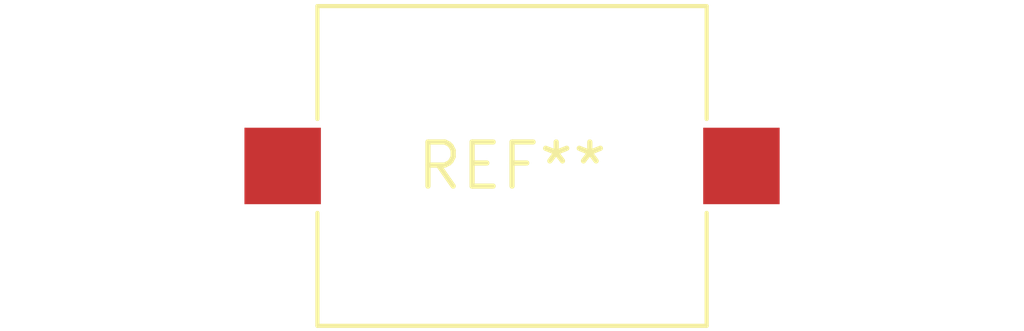
<source format=kicad_pcb>
(kicad_pcb (version 20240108) (generator pcbnew)
  (layers (0 "F.Cu" signal) (31 "B.Cu" signal) (34 "B.Paste" user) (35 "F.Paste" user) (36 "B.SilkS" user "B.Silkscreen") (37 "F.SilkS" user "F.Silkscreen") (38 "B.Mask" user) (39 "F.Mask" user) (44 "Edge.Cuts" user))
  (net 0 "")
  (footprint "Buzzer_Mallory_AST1109MLTRQ" (layer "F.Cu") (at 0 0)
    (property "Reference" "REF**")
    (property "Value" "Buzzer_Mallory_AST1109MLTRQ")
    (fp_line (start -5.6 -4.6) (end 5.6 -4.6) (layer "F.SilkS") (stroke (width 0.12)))
    (fp_line (start -5.6 -1.35) (end -5.6 -4.6) (layer "F.SilkS") (stroke (width 0.12)))
    (fp_line (start -5.6 4.6) (end -5.6 1.35) (layer "F.SilkS") (stroke (width 0.12)))
    (fp_line (start 5.6 -4.6) (end 5.6 -1.35) (layer "F.SilkS") (stroke (width 0.12)))
    (fp_line (start 5.6 1.35) (end 5.6 4.6) (layer "F.SilkS") (stroke (width 0.12)))
    (fp_line (start 5.6 4.6) (end -5.6 4.6) (layer "F.SilkS") (stroke (width 0.12)))
    (pad "1" smd rect (at -6.6 0) (size 2.2 2.2) (layers "F.Cu" "F.Paste" "F.Mask"))
    (pad "2" smd rect (at 6.6 0) (size 2.2 2.2) (layers "F.Cu" "F.Paste" "F.Mask"))
  )
)
</source>
